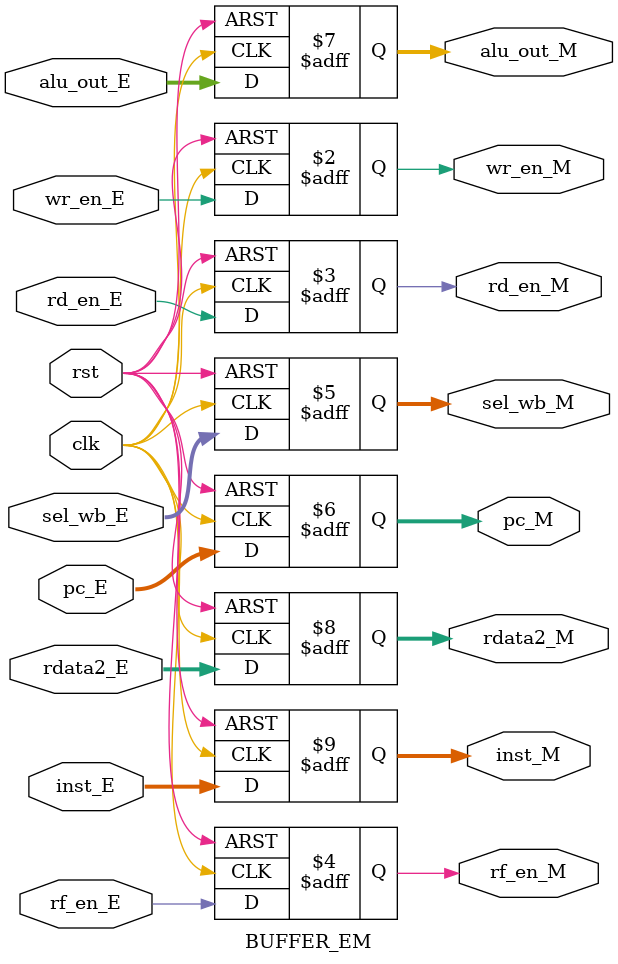
<source format=sv>
module BUFFER_EM (
    input logic clk, rst,
    input logic wr_en_E, rd_en_E, rf_en_E,
    input logic [1:0] sel_wb_E,
    input logic [31:0] pc_E, alu_out_E, rdata2_E, inst_E,

    output logic wr_en_M, rd_en_M, rf_en_M,
    output logic [1:0] sel_wb_M,
    output logic [31:0] pc_M, alu_out_M, rdata2_M, inst_M
);

always_ff @(posedge clk, posedge rst)
begin

    if (rst)
    begin
        wr_en_M <= 0;
        rd_en_M <= 0;
        rf_en_M <= 0;
        sel_wb_M <= 2'b0;
        pc_M <= 32'b0;
        alu_out_M <= 32'b0;
        rdata2_M <= 32'b0;
        inst_M <= 32'b0;
    end
    else
    begin
        wr_en_M <= wr_en_E;
        rd_en_M <= rd_en_E;
        rf_en_M <= rf_en_E;
        sel_wb_M <= sel_wb_E;
        pc_M <= pc_E;
        alu_out_M <= alu_out_E;
        rdata2_M <= rdata2_E;
        inst_M <= inst_E;
    end

end

endmodule
</source>
